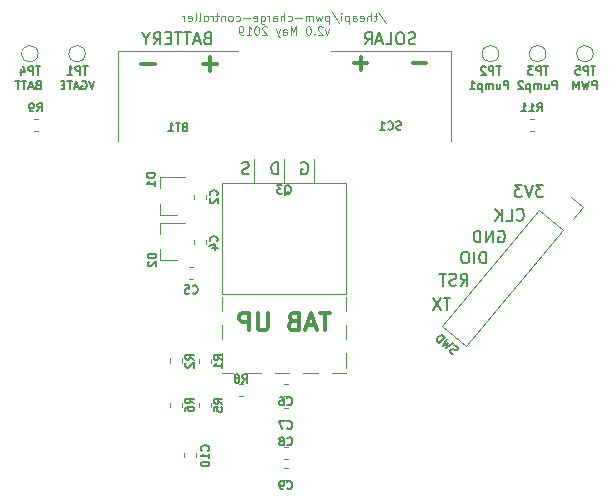
<source format=gbo>
G04 #@! TF.GenerationSoftware,KiCad,Pcbnew,5.0.2-bee76a0~70~ubuntu16.04.1*
G04 #@! TF.CreationDate,2019-05-21T19:47:30+01:00*
G04 #@! TF.ProjectId,project,70726f6a-6563-4742-9e6b-696361645f70,rev?*
G04 #@! TF.SameCoordinates,Original*
G04 #@! TF.FileFunction,Legend,Bot*
G04 #@! TF.FilePolarity,Positive*
%FSLAX46Y46*%
G04 Gerber Fmt 4.6, Leading zero omitted, Abs format (unit mm)*
G04 Created by KiCad (PCBNEW 5.0.2-bee76a0~70~ubuntu16.04.1) date Tue 21 May 2019 19:47:30 BST*
%MOMM*%
%LPD*%
G01*
G04 APERTURE LIST*
%ADD10C,0.150000*%
%ADD11C,0.375000*%
%ADD12C,0.100000*%
%ADD13C,0.300000*%
%ADD14C,0.120000*%
G04 APERTURE END LIST*
D10*
X115813333Y-72340000D02*
X115713333Y-72373333D01*
X115680000Y-72406666D01*
X115646666Y-72473333D01*
X115646666Y-72573333D01*
X115680000Y-72640000D01*
X115713333Y-72673333D01*
X115780000Y-72706666D01*
X116046666Y-72706666D01*
X116046666Y-72006666D01*
X115813333Y-72006666D01*
X115746666Y-72040000D01*
X115713333Y-72073333D01*
X115680000Y-72140000D01*
X115680000Y-72206666D01*
X115713333Y-72273333D01*
X115746666Y-72306666D01*
X115813333Y-72340000D01*
X116046666Y-72340000D01*
X115380000Y-72506666D02*
X115046666Y-72506666D01*
X115446666Y-72706666D02*
X115213333Y-72006666D01*
X114980000Y-72706666D01*
X114846666Y-72006666D02*
X114446666Y-72006666D01*
X114646666Y-72706666D02*
X114646666Y-72006666D01*
X114313333Y-72006666D02*
X113913333Y-72006666D01*
X114113333Y-72706666D02*
X114113333Y-72006666D01*
X120596666Y-72006666D02*
X120363333Y-72706666D01*
X120130000Y-72006666D01*
X119530000Y-72040000D02*
X119596666Y-72006666D01*
X119696666Y-72006666D01*
X119796666Y-72040000D01*
X119863333Y-72106666D01*
X119896666Y-72173333D01*
X119930000Y-72306666D01*
X119930000Y-72406666D01*
X119896666Y-72540000D01*
X119863333Y-72606666D01*
X119796666Y-72673333D01*
X119696666Y-72706666D01*
X119630000Y-72706666D01*
X119530000Y-72673333D01*
X119496666Y-72640000D01*
X119496666Y-72406666D01*
X119630000Y-72406666D01*
X119230000Y-72506666D02*
X118896666Y-72506666D01*
X119296666Y-72706666D02*
X119063333Y-72006666D01*
X118830000Y-72706666D01*
X118696666Y-72006666D02*
X118296666Y-72006666D01*
X118496666Y-72706666D02*
X118496666Y-72006666D01*
X118063333Y-72340000D02*
X117830000Y-72340000D01*
X117730000Y-72706666D02*
X118063333Y-72706666D01*
X118063333Y-72006666D01*
X117730000Y-72006666D01*
X163113333Y-72706666D02*
X163113333Y-72006666D01*
X162846666Y-72006666D01*
X162780000Y-72040000D01*
X162746666Y-72073333D01*
X162713333Y-72140000D01*
X162713333Y-72240000D01*
X162746666Y-72306666D01*
X162780000Y-72340000D01*
X162846666Y-72373333D01*
X163113333Y-72373333D01*
X162480000Y-72006666D02*
X162313333Y-72706666D01*
X162180000Y-72206666D01*
X162046666Y-72706666D01*
X161880000Y-72006666D01*
X161613333Y-72706666D02*
X161613333Y-72006666D01*
X161380000Y-72506666D01*
X161146666Y-72006666D01*
X161146666Y-72706666D01*
X159746666Y-72706666D02*
X159746666Y-72006666D01*
X159480000Y-72006666D01*
X159413333Y-72040000D01*
X159380000Y-72073333D01*
X159346666Y-72140000D01*
X159346666Y-72240000D01*
X159380000Y-72306666D01*
X159413333Y-72340000D01*
X159480000Y-72373333D01*
X159746666Y-72373333D01*
X158746666Y-72240000D02*
X158746666Y-72706666D01*
X159046666Y-72240000D02*
X159046666Y-72606666D01*
X159013333Y-72673333D01*
X158946666Y-72706666D01*
X158846666Y-72706666D01*
X158780000Y-72673333D01*
X158746666Y-72640000D01*
X158413333Y-72706666D02*
X158413333Y-72240000D01*
X158413333Y-72306666D02*
X158380000Y-72273333D01*
X158313333Y-72240000D01*
X158213333Y-72240000D01*
X158146666Y-72273333D01*
X158113333Y-72340000D01*
X158113333Y-72706666D01*
X158113333Y-72340000D02*
X158080000Y-72273333D01*
X158013333Y-72240000D01*
X157913333Y-72240000D01*
X157846666Y-72273333D01*
X157813333Y-72340000D01*
X157813333Y-72706666D01*
X157480000Y-72240000D02*
X157480000Y-72940000D01*
X157480000Y-72273333D02*
X157413333Y-72240000D01*
X157280000Y-72240000D01*
X157213333Y-72273333D01*
X157180000Y-72306666D01*
X157146666Y-72373333D01*
X157146666Y-72573333D01*
X157180000Y-72640000D01*
X157213333Y-72673333D01*
X157280000Y-72706666D01*
X157413333Y-72706666D01*
X157480000Y-72673333D01*
X156880000Y-72073333D02*
X156846666Y-72040000D01*
X156780000Y-72006666D01*
X156613333Y-72006666D01*
X156546666Y-72040000D01*
X156513333Y-72073333D01*
X156480000Y-72140000D01*
X156480000Y-72206666D01*
X156513333Y-72306666D01*
X156913333Y-72706666D01*
X156480000Y-72706666D01*
X155646666Y-72706666D02*
X155646666Y-72006666D01*
X155380000Y-72006666D01*
X155313333Y-72040000D01*
X155280000Y-72073333D01*
X155246666Y-72140000D01*
X155246666Y-72240000D01*
X155280000Y-72306666D01*
X155313333Y-72340000D01*
X155380000Y-72373333D01*
X155646666Y-72373333D01*
X154646666Y-72240000D02*
X154646666Y-72706666D01*
X154946666Y-72240000D02*
X154946666Y-72606666D01*
X154913333Y-72673333D01*
X154846666Y-72706666D01*
X154746666Y-72706666D01*
X154680000Y-72673333D01*
X154646666Y-72640000D01*
X154313333Y-72706666D02*
X154313333Y-72240000D01*
X154313333Y-72306666D02*
X154280000Y-72273333D01*
X154213333Y-72240000D01*
X154113333Y-72240000D01*
X154046666Y-72273333D01*
X154013333Y-72340000D01*
X154013333Y-72706666D01*
X154013333Y-72340000D02*
X153980000Y-72273333D01*
X153913333Y-72240000D01*
X153813333Y-72240000D01*
X153746666Y-72273333D01*
X153713333Y-72340000D01*
X153713333Y-72706666D01*
X153380000Y-72240000D02*
X153380000Y-72940000D01*
X153380000Y-72273333D02*
X153313333Y-72240000D01*
X153180000Y-72240000D01*
X153113333Y-72273333D01*
X153080000Y-72306666D01*
X153046666Y-72373333D01*
X153046666Y-72573333D01*
X153080000Y-72640000D01*
X153113333Y-72673333D01*
X153180000Y-72706666D01*
X153313333Y-72706666D01*
X153380000Y-72673333D01*
X152380000Y-72706666D02*
X152780000Y-72706666D01*
X152580000Y-72706666D02*
X152580000Y-72006666D01*
X152646666Y-72106666D01*
X152713333Y-72173333D01*
X152780000Y-72206666D01*
D11*
X143701428Y-70497142D02*
X142558571Y-70497142D01*
X143130000Y-71068571D02*
X143130000Y-69925714D01*
X148701428Y-70497142D02*
X147558571Y-70497142D01*
D12*
X144646666Y-66198333D02*
X145246666Y-67098333D01*
X144513333Y-66465000D02*
X144246666Y-66465000D01*
X144413333Y-66231666D02*
X144413333Y-66831666D01*
X144380000Y-66898333D01*
X144313333Y-66931666D01*
X144246666Y-66931666D01*
X144013333Y-66931666D02*
X144013333Y-66231666D01*
X143713333Y-66931666D02*
X143713333Y-66565000D01*
X143746666Y-66498333D01*
X143813333Y-66465000D01*
X143913333Y-66465000D01*
X143980000Y-66498333D01*
X144013333Y-66531666D01*
X143113333Y-66898333D02*
X143180000Y-66931666D01*
X143313333Y-66931666D01*
X143380000Y-66898333D01*
X143413333Y-66831666D01*
X143413333Y-66565000D01*
X143380000Y-66498333D01*
X143313333Y-66465000D01*
X143180000Y-66465000D01*
X143113333Y-66498333D01*
X143080000Y-66565000D01*
X143080000Y-66631666D01*
X143413333Y-66698333D01*
X142480000Y-66931666D02*
X142480000Y-66565000D01*
X142513333Y-66498333D01*
X142580000Y-66465000D01*
X142713333Y-66465000D01*
X142780000Y-66498333D01*
X142480000Y-66898333D02*
X142546666Y-66931666D01*
X142713333Y-66931666D01*
X142780000Y-66898333D01*
X142813333Y-66831666D01*
X142813333Y-66765000D01*
X142780000Y-66698333D01*
X142713333Y-66665000D01*
X142546666Y-66665000D01*
X142480000Y-66631666D01*
X142146666Y-66465000D02*
X142146666Y-67165000D01*
X142146666Y-66498333D02*
X142080000Y-66465000D01*
X141946666Y-66465000D01*
X141880000Y-66498333D01*
X141846666Y-66531666D01*
X141813333Y-66598333D01*
X141813333Y-66798333D01*
X141846666Y-66865000D01*
X141880000Y-66898333D01*
X141946666Y-66931666D01*
X142080000Y-66931666D01*
X142146666Y-66898333D01*
X141513333Y-66931666D02*
X141513333Y-66465000D01*
X141513333Y-66231666D02*
X141546666Y-66265000D01*
X141513333Y-66298333D01*
X141480000Y-66265000D01*
X141513333Y-66231666D01*
X141513333Y-66298333D01*
X140680000Y-66198333D02*
X141280000Y-67098333D01*
X140446666Y-66465000D02*
X140446666Y-67165000D01*
X140446666Y-66498333D02*
X140380000Y-66465000D01*
X140246666Y-66465000D01*
X140180000Y-66498333D01*
X140146666Y-66531666D01*
X140113333Y-66598333D01*
X140113333Y-66798333D01*
X140146666Y-66865000D01*
X140180000Y-66898333D01*
X140246666Y-66931666D01*
X140380000Y-66931666D01*
X140446666Y-66898333D01*
X139880000Y-66465000D02*
X139746666Y-66931666D01*
X139613333Y-66598333D01*
X139480000Y-66931666D01*
X139346666Y-66465000D01*
X139080000Y-66931666D02*
X139080000Y-66465000D01*
X139080000Y-66531666D02*
X139046666Y-66498333D01*
X138980000Y-66465000D01*
X138880000Y-66465000D01*
X138813333Y-66498333D01*
X138780000Y-66565000D01*
X138780000Y-66931666D01*
X138780000Y-66565000D02*
X138746666Y-66498333D01*
X138680000Y-66465000D01*
X138580000Y-66465000D01*
X138513333Y-66498333D01*
X138480000Y-66565000D01*
X138480000Y-66931666D01*
X138146666Y-66665000D02*
X137613333Y-66665000D01*
X136980000Y-66898333D02*
X137046666Y-66931666D01*
X137180000Y-66931666D01*
X137246666Y-66898333D01*
X137280000Y-66865000D01*
X137313333Y-66798333D01*
X137313333Y-66598333D01*
X137280000Y-66531666D01*
X137246666Y-66498333D01*
X137180000Y-66465000D01*
X137046666Y-66465000D01*
X136980000Y-66498333D01*
X136680000Y-66931666D02*
X136680000Y-66231666D01*
X136380000Y-66931666D02*
X136380000Y-66565000D01*
X136413333Y-66498333D01*
X136480000Y-66465000D01*
X136580000Y-66465000D01*
X136646666Y-66498333D01*
X136680000Y-66531666D01*
X135746666Y-66931666D02*
X135746666Y-66565000D01*
X135780000Y-66498333D01*
X135846666Y-66465000D01*
X135980000Y-66465000D01*
X136046666Y-66498333D01*
X135746666Y-66898333D02*
X135813333Y-66931666D01*
X135980000Y-66931666D01*
X136046666Y-66898333D01*
X136080000Y-66831666D01*
X136080000Y-66765000D01*
X136046666Y-66698333D01*
X135980000Y-66665000D01*
X135813333Y-66665000D01*
X135746666Y-66631666D01*
X135413333Y-66931666D02*
X135413333Y-66465000D01*
X135413333Y-66598333D02*
X135380000Y-66531666D01*
X135346666Y-66498333D01*
X135280000Y-66465000D01*
X135213333Y-66465000D01*
X134680000Y-66465000D02*
X134680000Y-67031666D01*
X134713333Y-67098333D01*
X134746666Y-67131666D01*
X134813333Y-67165000D01*
X134913333Y-67165000D01*
X134980000Y-67131666D01*
X134680000Y-66898333D02*
X134746666Y-66931666D01*
X134880000Y-66931666D01*
X134946666Y-66898333D01*
X134980000Y-66865000D01*
X135013333Y-66798333D01*
X135013333Y-66598333D01*
X134980000Y-66531666D01*
X134946666Y-66498333D01*
X134880000Y-66465000D01*
X134746666Y-66465000D01*
X134680000Y-66498333D01*
X134080000Y-66898333D02*
X134146666Y-66931666D01*
X134280000Y-66931666D01*
X134346666Y-66898333D01*
X134380000Y-66831666D01*
X134380000Y-66565000D01*
X134346666Y-66498333D01*
X134280000Y-66465000D01*
X134146666Y-66465000D01*
X134080000Y-66498333D01*
X134046666Y-66565000D01*
X134046666Y-66631666D01*
X134380000Y-66698333D01*
X133746666Y-66665000D02*
X133213333Y-66665000D01*
X132580000Y-66898333D02*
X132646666Y-66931666D01*
X132780000Y-66931666D01*
X132846666Y-66898333D01*
X132880000Y-66865000D01*
X132913333Y-66798333D01*
X132913333Y-66598333D01*
X132880000Y-66531666D01*
X132846666Y-66498333D01*
X132780000Y-66465000D01*
X132646666Y-66465000D01*
X132580000Y-66498333D01*
X132180000Y-66931666D02*
X132246666Y-66898333D01*
X132280000Y-66865000D01*
X132313333Y-66798333D01*
X132313333Y-66598333D01*
X132280000Y-66531666D01*
X132246666Y-66498333D01*
X132180000Y-66465000D01*
X132080000Y-66465000D01*
X132013333Y-66498333D01*
X131980000Y-66531666D01*
X131946666Y-66598333D01*
X131946666Y-66798333D01*
X131980000Y-66865000D01*
X132013333Y-66898333D01*
X132080000Y-66931666D01*
X132180000Y-66931666D01*
X131646666Y-66465000D02*
X131646666Y-66931666D01*
X131646666Y-66531666D02*
X131613333Y-66498333D01*
X131546666Y-66465000D01*
X131446666Y-66465000D01*
X131380000Y-66498333D01*
X131346666Y-66565000D01*
X131346666Y-66931666D01*
X131113333Y-66465000D02*
X130846666Y-66465000D01*
X131013333Y-66231666D02*
X131013333Y-66831666D01*
X130980000Y-66898333D01*
X130913333Y-66931666D01*
X130846666Y-66931666D01*
X130613333Y-66931666D02*
X130613333Y-66465000D01*
X130613333Y-66598333D02*
X130580000Y-66531666D01*
X130546666Y-66498333D01*
X130480000Y-66465000D01*
X130413333Y-66465000D01*
X130080000Y-66931666D02*
X130146666Y-66898333D01*
X130180000Y-66865000D01*
X130213333Y-66798333D01*
X130213333Y-66598333D01*
X130180000Y-66531666D01*
X130146666Y-66498333D01*
X130080000Y-66465000D01*
X129980000Y-66465000D01*
X129913333Y-66498333D01*
X129880000Y-66531666D01*
X129846666Y-66598333D01*
X129846666Y-66798333D01*
X129880000Y-66865000D01*
X129913333Y-66898333D01*
X129980000Y-66931666D01*
X130080000Y-66931666D01*
X129446666Y-66931666D02*
X129513333Y-66898333D01*
X129546666Y-66831666D01*
X129546666Y-66231666D01*
X129080000Y-66931666D02*
X129146666Y-66898333D01*
X129180000Y-66831666D01*
X129180000Y-66231666D01*
X128546666Y-66898333D02*
X128613333Y-66931666D01*
X128746666Y-66931666D01*
X128813333Y-66898333D01*
X128846666Y-66831666D01*
X128846666Y-66565000D01*
X128813333Y-66498333D01*
X128746666Y-66465000D01*
X128613333Y-66465000D01*
X128546666Y-66498333D01*
X128513333Y-66565000D01*
X128513333Y-66631666D01*
X128846666Y-66698333D01*
X128213333Y-66931666D02*
X128213333Y-66465000D01*
X128213333Y-66598333D02*
X128180000Y-66531666D01*
X128146666Y-66498333D01*
X128080000Y-66465000D01*
X128013333Y-66465000D01*
X140480000Y-67615000D02*
X140313333Y-68081666D01*
X140146666Y-67615000D01*
X139913333Y-67448333D02*
X139880000Y-67415000D01*
X139813333Y-67381666D01*
X139646666Y-67381666D01*
X139580000Y-67415000D01*
X139546666Y-67448333D01*
X139513333Y-67515000D01*
X139513333Y-67581666D01*
X139546666Y-67681666D01*
X139946666Y-68081666D01*
X139513333Y-68081666D01*
X139213333Y-68015000D02*
X139180000Y-68048333D01*
X139213333Y-68081666D01*
X139246666Y-68048333D01*
X139213333Y-68015000D01*
X139213333Y-68081666D01*
X138746666Y-67381666D02*
X138680000Y-67381666D01*
X138613333Y-67415000D01*
X138580000Y-67448333D01*
X138546666Y-67515000D01*
X138513333Y-67648333D01*
X138513333Y-67815000D01*
X138546666Y-67948333D01*
X138580000Y-68015000D01*
X138613333Y-68048333D01*
X138680000Y-68081666D01*
X138746666Y-68081666D01*
X138813333Y-68048333D01*
X138846666Y-68015000D01*
X138880000Y-67948333D01*
X138913333Y-67815000D01*
X138913333Y-67648333D01*
X138880000Y-67515000D01*
X138846666Y-67448333D01*
X138813333Y-67415000D01*
X138746666Y-67381666D01*
X137680000Y-68081666D02*
X137680000Y-67381666D01*
X137446666Y-67881666D01*
X137213333Y-67381666D01*
X137213333Y-68081666D01*
X136580000Y-68081666D02*
X136580000Y-67715000D01*
X136613333Y-67648333D01*
X136680000Y-67615000D01*
X136813333Y-67615000D01*
X136880000Y-67648333D01*
X136580000Y-68048333D02*
X136646666Y-68081666D01*
X136813333Y-68081666D01*
X136880000Y-68048333D01*
X136913333Y-67981666D01*
X136913333Y-67915000D01*
X136880000Y-67848333D01*
X136813333Y-67815000D01*
X136646666Y-67815000D01*
X136580000Y-67781666D01*
X136313333Y-67615000D02*
X136146666Y-68081666D01*
X135980000Y-67615000D02*
X136146666Y-68081666D01*
X136213333Y-68248333D01*
X136246666Y-68281666D01*
X136313333Y-68315000D01*
X135213333Y-67448333D02*
X135180000Y-67415000D01*
X135113333Y-67381666D01*
X134946666Y-67381666D01*
X134880000Y-67415000D01*
X134846666Y-67448333D01*
X134813333Y-67515000D01*
X134813333Y-67581666D01*
X134846666Y-67681666D01*
X135246666Y-68081666D01*
X134813333Y-68081666D01*
X134380000Y-67381666D02*
X134313333Y-67381666D01*
X134246666Y-67415000D01*
X134213333Y-67448333D01*
X134180000Y-67515000D01*
X134146666Y-67648333D01*
X134146666Y-67815000D01*
X134180000Y-67948333D01*
X134213333Y-68015000D01*
X134246666Y-68048333D01*
X134313333Y-68081666D01*
X134380000Y-68081666D01*
X134446666Y-68048333D01*
X134480000Y-68015000D01*
X134513333Y-67948333D01*
X134546666Y-67815000D01*
X134546666Y-67648333D01*
X134513333Y-67515000D01*
X134480000Y-67448333D01*
X134446666Y-67415000D01*
X134380000Y-67381666D01*
X133480000Y-68081666D02*
X133880000Y-68081666D01*
X133680000Y-68081666D02*
X133680000Y-67381666D01*
X133746666Y-67481666D01*
X133813333Y-67548333D01*
X133880000Y-67581666D01*
X133146666Y-68081666D02*
X133013333Y-68081666D01*
X132946666Y-68048333D01*
X132913333Y-68015000D01*
X132846666Y-67915000D01*
X132813333Y-67781666D01*
X132813333Y-67515000D01*
X132846666Y-67448333D01*
X132880000Y-67415000D01*
X132946666Y-67381666D01*
X133080000Y-67381666D01*
X133146666Y-67415000D01*
X133180000Y-67448333D01*
X133213333Y-67515000D01*
X133213333Y-67681666D01*
X133180000Y-67748333D01*
X133146666Y-67781666D01*
X133080000Y-67815000D01*
X132946666Y-67815000D01*
X132880000Y-67781666D01*
X132846666Y-67748333D01*
X132813333Y-67681666D01*
D11*
X130951428Y-70547142D02*
X129808571Y-70547142D01*
X130380000Y-71118571D02*
X130380000Y-69975714D01*
X125701428Y-70547142D02*
X124558571Y-70547142D01*
D10*
X130130000Y-68368571D02*
X129987142Y-68416190D01*
X129939523Y-68463809D01*
X129891904Y-68559047D01*
X129891904Y-68701904D01*
X129939523Y-68797142D01*
X129987142Y-68844761D01*
X130082380Y-68892380D01*
X130463333Y-68892380D01*
X130463333Y-67892380D01*
X130130000Y-67892380D01*
X130034761Y-67940000D01*
X129987142Y-67987619D01*
X129939523Y-68082857D01*
X129939523Y-68178095D01*
X129987142Y-68273333D01*
X130034761Y-68320952D01*
X130130000Y-68368571D01*
X130463333Y-68368571D01*
X129510952Y-68606666D02*
X129034761Y-68606666D01*
X129606190Y-68892380D02*
X129272857Y-67892380D01*
X128939523Y-68892380D01*
X128749047Y-67892380D02*
X128177619Y-67892380D01*
X128463333Y-68892380D02*
X128463333Y-67892380D01*
X127987142Y-67892380D02*
X127415714Y-67892380D01*
X127701428Y-68892380D02*
X127701428Y-67892380D01*
X127082380Y-68368571D02*
X126749047Y-68368571D01*
X126606190Y-68892380D02*
X127082380Y-68892380D01*
X127082380Y-67892380D01*
X126606190Y-67892380D01*
X125606190Y-68892380D02*
X125939523Y-68416190D01*
X126177619Y-68892380D02*
X126177619Y-67892380D01*
X125796666Y-67892380D01*
X125701428Y-67940000D01*
X125653809Y-67987619D01*
X125606190Y-68082857D01*
X125606190Y-68225714D01*
X125653809Y-68320952D01*
X125701428Y-68368571D01*
X125796666Y-68416190D01*
X126177619Y-68416190D01*
X124987142Y-68416190D02*
X124987142Y-68892380D01*
X125320476Y-67892380D02*
X124987142Y-68416190D01*
X124653809Y-67892380D01*
X147772857Y-68844761D02*
X147630000Y-68892380D01*
X147391904Y-68892380D01*
X147296666Y-68844761D01*
X147249047Y-68797142D01*
X147201428Y-68701904D01*
X147201428Y-68606666D01*
X147249047Y-68511428D01*
X147296666Y-68463809D01*
X147391904Y-68416190D01*
X147582380Y-68368571D01*
X147677619Y-68320952D01*
X147725238Y-68273333D01*
X147772857Y-68178095D01*
X147772857Y-68082857D01*
X147725238Y-67987619D01*
X147677619Y-67940000D01*
X147582380Y-67892380D01*
X147344285Y-67892380D01*
X147201428Y-67940000D01*
X146582380Y-67892380D02*
X146391904Y-67892380D01*
X146296666Y-67940000D01*
X146201428Y-68035238D01*
X146153809Y-68225714D01*
X146153809Y-68559047D01*
X146201428Y-68749523D01*
X146296666Y-68844761D01*
X146391904Y-68892380D01*
X146582380Y-68892380D01*
X146677619Y-68844761D01*
X146772857Y-68749523D01*
X146820476Y-68559047D01*
X146820476Y-68225714D01*
X146772857Y-68035238D01*
X146677619Y-67940000D01*
X146582380Y-67892380D01*
X145249047Y-68892380D02*
X145725238Y-68892380D01*
X145725238Y-67892380D01*
X144963333Y-68606666D02*
X144487142Y-68606666D01*
X145058571Y-68892380D02*
X144725238Y-67892380D01*
X144391904Y-68892380D01*
X143487142Y-68892380D02*
X143820476Y-68416190D01*
X144058571Y-68892380D02*
X144058571Y-67892380D01*
X143677619Y-67892380D01*
X143582380Y-67940000D01*
X143534761Y-67987619D01*
X143487142Y-68082857D01*
X143487142Y-68225714D01*
X143534761Y-68320952D01*
X143582380Y-68368571D01*
X143677619Y-68416190D01*
X144058571Y-68416190D01*
X133665714Y-79844761D02*
X133522857Y-79892380D01*
X133284761Y-79892380D01*
X133189523Y-79844761D01*
X133141904Y-79797142D01*
X133094285Y-79701904D01*
X133094285Y-79606666D01*
X133141904Y-79511428D01*
X133189523Y-79463809D01*
X133284761Y-79416190D01*
X133475238Y-79368571D01*
X133570476Y-79320952D01*
X133618095Y-79273333D01*
X133665714Y-79178095D01*
X133665714Y-79082857D01*
X133618095Y-78987619D01*
X133570476Y-78940000D01*
X133475238Y-78892380D01*
X133237142Y-78892380D01*
X133094285Y-78940000D01*
X136141904Y-79892380D02*
X136141904Y-78892380D01*
X135903809Y-78892380D01*
X135760952Y-78940000D01*
X135665714Y-79035238D01*
X135618095Y-79130476D01*
X135570476Y-79320952D01*
X135570476Y-79463809D01*
X135618095Y-79654285D01*
X135665714Y-79749523D01*
X135760952Y-79844761D01*
X135903809Y-79892380D01*
X136141904Y-79892380D01*
X138118095Y-78940000D02*
X138213333Y-78892380D01*
X138356190Y-78892380D01*
X138499047Y-78940000D01*
X138594285Y-79035238D01*
X138641904Y-79130476D01*
X138689523Y-79320952D01*
X138689523Y-79463809D01*
X138641904Y-79654285D01*
X138594285Y-79749523D01*
X138499047Y-79844761D01*
X138356190Y-79892380D01*
X138260952Y-79892380D01*
X138118095Y-79844761D01*
X138070476Y-79797142D01*
X138070476Y-79463809D01*
X138260952Y-79463809D01*
X158618095Y-80792380D02*
X157999047Y-80792380D01*
X158332380Y-81173333D01*
X158189523Y-81173333D01*
X158094285Y-81220952D01*
X158046666Y-81268571D01*
X157999047Y-81363809D01*
X157999047Y-81601904D01*
X158046666Y-81697142D01*
X158094285Y-81744761D01*
X158189523Y-81792380D01*
X158475238Y-81792380D01*
X158570476Y-81744761D01*
X158618095Y-81697142D01*
X157713333Y-80792380D02*
X157380000Y-81792380D01*
X157046666Y-80792380D01*
X156808571Y-80792380D02*
X156189523Y-80792380D01*
X156522857Y-81173333D01*
X156380000Y-81173333D01*
X156284761Y-81220952D01*
X156237142Y-81268571D01*
X156189523Y-81363809D01*
X156189523Y-81601904D01*
X156237142Y-81697142D01*
X156284761Y-81744761D01*
X156380000Y-81792380D01*
X156665714Y-81792380D01*
X156760952Y-81744761D01*
X156808571Y-81697142D01*
X156350238Y-83722142D02*
X156397857Y-83769761D01*
X156540714Y-83817380D01*
X156635952Y-83817380D01*
X156778809Y-83769761D01*
X156874047Y-83674523D01*
X156921666Y-83579285D01*
X156969285Y-83388809D01*
X156969285Y-83245952D01*
X156921666Y-83055476D01*
X156874047Y-82960238D01*
X156778809Y-82865000D01*
X156635952Y-82817380D01*
X156540714Y-82817380D01*
X156397857Y-82865000D01*
X156350238Y-82912619D01*
X155445476Y-83817380D02*
X155921666Y-83817380D01*
X155921666Y-82817380D01*
X155112142Y-83817380D02*
X155112142Y-82817380D01*
X154540714Y-83817380D02*
X154969285Y-83245952D01*
X154540714Y-82817380D02*
X155112142Y-83388809D01*
X154791904Y-84715000D02*
X154887142Y-84667380D01*
X155030000Y-84667380D01*
X155172857Y-84715000D01*
X155268095Y-84810238D01*
X155315714Y-84905476D01*
X155363333Y-85095952D01*
X155363333Y-85238809D01*
X155315714Y-85429285D01*
X155268095Y-85524523D01*
X155172857Y-85619761D01*
X155030000Y-85667380D01*
X154934761Y-85667380D01*
X154791904Y-85619761D01*
X154744285Y-85572142D01*
X154744285Y-85238809D01*
X154934761Y-85238809D01*
X154315714Y-85667380D02*
X154315714Y-84667380D01*
X153744285Y-85667380D01*
X153744285Y-84667380D01*
X153268095Y-85667380D02*
X153268095Y-84667380D01*
X153030000Y-84667380D01*
X152887142Y-84715000D01*
X152791904Y-84810238D01*
X152744285Y-84905476D01*
X152696666Y-85095952D01*
X152696666Y-85238809D01*
X152744285Y-85429285D01*
X152791904Y-85524523D01*
X152887142Y-85619761D01*
X153030000Y-85667380D01*
X153268095Y-85667380D01*
X153753809Y-87442380D02*
X153753809Y-86442380D01*
X153515714Y-86442380D01*
X153372857Y-86490000D01*
X153277619Y-86585238D01*
X153230000Y-86680476D01*
X153182380Y-86870952D01*
X153182380Y-87013809D01*
X153230000Y-87204285D01*
X153277619Y-87299523D01*
X153372857Y-87394761D01*
X153515714Y-87442380D01*
X153753809Y-87442380D01*
X152753809Y-87442380D02*
X152753809Y-86442380D01*
X152087142Y-86442380D02*
X151896666Y-86442380D01*
X151801428Y-86490000D01*
X151706190Y-86585238D01*
X151658571Y-86775714D01*
X151658571Y-87109047D01*
X151706190Y-87299523D01*
X151801428Y-87394761D01*
X151896666Y-87442380D01*
X152087142Y-87442380D01*
X152182380Y-87394761D01*
X152277619Y-87299523D01*
X152325238Y-87109047D01*
X152325238Y-86775714D01*
X152277619Y-86585238D01*
X152182380Y-86490000D01*
X152087142Y-86442380D01*
X151602619Y-89317380D02*
X151935952Y-88841190D01*
X152174047Y-89317380D02*
X152174047Y-88317380D01*
X151793095Y-88317380D01*
X151697857Y-88365000D01*
X151650238Y-88412619D01*
X151602619Y-88507857D01*
X151602619Y-88650714D01*
X151650238Y-88745952D01*
X151697857Y-88793571D01*
X151793095Y-88841190D01*
X152174047Y-88841190D01*
X151221666Y-89269761D02*
X151078809Y-89317380D01*
X150840714Y-89317380D01*
X150745476Y-89269761D01*
X150697857Y-89222142D01*
X150650238Y-89126904D01*
X150650238Y-89031666D01*
X150697857Y-88936428D01*
X150745476Y-88888809D01*
X150840714Y-88841190D01*
X151031190Y-88793571D01*
X151126428Y-88745952D01*
X151174047Y-88698333D01*
X151221666Y-88603095D01*
X151221666Y-88507857D01*
X151174047Y-88412619D01*
X151126428Y-88365000D01*
X151031190Y-88317380D01*
X150793095Y-88317380D01*
X150650238Y-88365000D01*
X150364523Y-88317380D02*
X149793095Y-88317380D01*
X150078809Y-89317380D02*
X150078809Y-88317380D01*
X150741904Y-90367380D02*
X150170476Y-90367380D01*
X150456190Y-91367380D02*
X150456190Y-90367380D01*
X149932380Y-90367380D02*
X149265714Y-91367380D01*
X149265714Y-90367380D02*
X149932380Y-91367380D01*
D13*
X140558571Y-91618571D02*
X139701428Y-91618571D01*
X140130000Y-93118571D02*
X140130000Y-91618571D01*
X139272857Y-92690000D02*
X138558571Y-92690000D01*
X139415714Y-93118571D02*
X138915714Y-91618571D01*
X138415714Y-93118571D01*
X137415714Y-92332857D02*
X137201428Y-92404285D01*
X137130000Y-92475714D01*
X137058571Y-92618571D01*
X137058571Y-92832857D01*
X137130000Y-92975714D01*
X137201428Y-93047142D01*
X137344285Y-93118571D01*
X137915714Y-93118571D01*
X137915714Y-91618571D01*
X137415714Y-91618571D01*
X137272857Y-91690000D01*
X137201428Y-91761428D01*
X137130000Y-91904285D01*
X137130000Y-92047142D01*
X137201428Y-92190000D01*
X137272857Y-92261428D01*
X137415714Y-92332857D01*
X137915714Y-92332857D01*
X135272857Y-91618571D02*
X135272857Y-92832857D01*
X135201428Y-92975714D01*
X135130000Y-93047142D01*
X134987142Y-93118571D01*
X134701428Y-93118571D01*
X134558571Y-93047142D01*
X134487142Y-92975714D01*
X134415714Y-92832857D01*
X134415714Y-91618571D01*
X133701428Y-93118571D02*
X133701428Y-91618571D01*
X133130000Y-91618571D01*
X132987142Y-91690000D01*
X132915714Y-91761428D01*
X132844285Y-91904285D01*
X132844285Y-92118571D01*
X132915714Y-92261428D01*
X132987142Y-92332857D01*
X133130000Y-92404285D01*
X133701428Y-92404285D01*
D14*
G04 #@! TO.C,SC1*
X150760000Y-69490000D02*
X150760000Y-77110000D01*
X140600000Y-69490000D02*
X150760000Y-69490000D01*
G04 #@! TO.C,BT1*
X122610000Y-77100000D02*
X122610000Y-69480000D01*
X122610000Y-69480000D02*
X132770000Y-69480000D01*
G04 #@! TO.C,C6*
X136971267Y-97680000D02*
X136628733Y-97680000D01*
X136971267Y-98700000D02*
X136628733Y-98700000D01*
G04 #@! TO.C,Q3*
X134100000Y-78640000D02*
X134100000Y-80600000D01*
X136640000Y-78640000D02*
X136640000Y-80600000D01*
X139180000Y-78640000D02*
X139180000Y-80600000D01*
X131390000Y-95070000D02*
X131390000Y-96270000D01*
X131390000Y-92670000D02*
X131390000Y-93870000D01*
X131390000Y-90270000D02*
X131390000Y-91470000D01*
X141890000Y-95070000D02*
X141890000Y-96270000D01*
X141890000Y-92670000D02*
X141890000Y-93870000D01*
X141890000Y-90270000D02*
X141890000Y-91470000D01*
X132290000Y-96710000D02*
X131390000Y-96710000D01*
X134690000Y-96710000D02*
X133490000Y-96710000D01*
X137090000Y-96710000D02*
X135890000Y-96710000D01*
X139491000Y-96710000D02*
X138290000Y-96710000D01*
X141890000Y-96710000D02*
X140690000Y-96710000D01*
X131390000Y-80600000D02*
X131390000Y-90030000D01*
X141890000Y-80600000D02*
X141890000Y-90030000D01*
X141890000Y-90030000D02*
X131390000Y-90030000D01*
X141890000Y-80600000D02*
X131390000Y-80600000D01*
G04 #@! TO.C,C2*
X130055000Y-82021267D02*
X130055000Y-81678733D01*
X129035000Y-82021267D02*
X129035000Y-81678733D01*
G04 #@! TO.C,C4*
X129035000Y-85771267D02*
X129035000Y-85428733D01*
X130055000Y-85771267D02*
X130055000Y-85428733D01*
G04 #@! TO.C,C5*
X128623733Y-87740000D02*
X128966267Y-87740000D01*
X128623733Y-88760000D02*
X128966267Y-88760000D01*
G04 #@! TO.C,C7*
X136971267Y-100700000D02*
X136628733Y-100700000D01*
X136971267Y-99680000D02*
X136628733Y-99680000D01*
G04 #@! TO.C,C8*
X136648733Y-104010000D02*
X136991267Y-104010000D01*
X136648733Y-102990000D02*
X136991267Y-102990000D01*
G04 #@! TO.C,C9*
X136648733Y-104740000D02*
X136991267Y-104740000D01*
X136648733Y-105760000D02*
X136991267Y-105760000D01*
G04 #@! TO.C,C10*
X128210000Y-103518733D02*
X128210000Y-103861267D01*
X129230000Y-103518733D02*
X129230000Y-103861267D01*
G04 #@! TO.C,D2*
X126135000Y-87180000D02*
X126135000Y-86250000D01*
X126135000Y-84020000D02*
X126135000Y-84950000D01*
X126135000Y-84020000D02*
X128295000Y-84020000D01*
X126135000Y-87180000D02*
X127595000Y-87180000D01*
G04 #@! TO.C,J1*
X152080529Y-94417511D02*
X150042851Y-92707696D01*
X160282499Y-84642784D02*
X152080529Y-94417511D01*
X158244821Y-82932969D02*
X150042851Y-92707696D01*
X160282499Y-84642784D02*
X158244821Y-82932969D01*
X161098839Y-83669908D02*
X161953747Y-82651068D01*
X161953747Y-82651068D02*
X160934908Y-81796161D01*
G04 #@! TO.C,R1*
X129440000Y-95518733D02*
X129440000Y-95861267D01*
X130460000Y-95518733D02*
X130460000Y-95861267D01*
G04 #@! TO.C,R2*
X126965000Y-95493733D02*
X126965000Y-95836267D01*
X127985000Y-95493733D02*
X127985000Y-95836267D01*
G04 #@! TO.C,R5*
X130460000Y-99268733D02*
X130460000Y-99611267D01*
X129440000Y-99268733D02*
X129440000Y-99611267D01*
G04 #@! TO.C,R6*
X127985000Y-99243733D02*
X127985000Y-99586267D01*
X126965000Y-99243733D02*
X126965000Y-99586267D01*
G04 #@! TO.C,R8*
X132858733Y-97680000D02*
X133201267Y-97680000D01*
X132858733Y-98700000D02*
X133201267Y-98700000D01*
G04 #@! TO.C,R9*
X115801267Y-75180000D02*
X115458733Y-75180000D01*
X115801267Y-76200000D02*
X115458733Y-76200000D01*
G04 #@! TO.C,R11*
X157801267Y-76200000D02*
X157458733Y-76200000D01*
X157801267Y-75180000D02*
X157458733Y-75180000D01*
G04 #@! TO.C,D1*
X126135000Y-83330000D02*
X126135000Y-82400000D01*
X126135000Y-80170000D02*
X126135000Y-81100000D01*
X126135000Y-80170000D02*
X128295000Y-80170000D01*
X126135000Y-83330000D02*
X127595000Y-83330000D01*
G04 #@! TO.C,TP1*
X119830000Y-69690000D02*
G75*
G03X119830000Y-69690000I-700000J0D01*
G01*
G04 #@! TO.C,TP2*
X154830000Y-69690000D02*
G75*
G03X154830000Y-69690000I-700000J0D01*
G01*
G04 #@! TO.C,TP3*
X158830000Y-69690000D02*
G75*
G03X158830000Y-69690000I-700000J0D01*
G01*
G04 #@! TO.C,TP4*
X115830000Y-69690000D02*
G75*
G03X115830000Y-69690000I-700000J0D01*
G01*
G04 #@! TO.C,TP5*
X162830000Y-69690000D02*
G75*
G03X162830000Y-69690000I-700000J0D01*
G01*
G04 #@! TO.C,SC1*
D10*
X146553333Y-76083333D02*
X146453333Y-76116666D01*
X146286666Y-76116666D01*
X146220000Y-76083333D01*
X146186666Y-76050000D01*
X146153333Y-75983333D01*
X146153333Y-75916666D01*
X146186666Y-75850000D01*
X146220000Y-75816666D01*
X146286666Y-75783333D01*
X146420000Y-75750000D01*
X146486666Y-75716666D01*
X146520000Y-75683333D01*
X146553333Y-75616666D01*
X146553333Y-75550000D01*
X146520000Y-75483333D01*
X146486666Y-75450000D01*
X146420000Y-75416666D01*
X146253333Y-75416666D01*
X146153333Y-75450000D01*
X145453333Y-76050000D02*
X145486666Y-76083333D01*
X145586666Y-76116666D01*
X145653333Y-76116666D01*
X145753333Y-76083333D01*
X145820000Y-76016666D01*
X145853333Y-75950000D01*
X145886666Y-75816666D01*
X145886666Y-75716666D01*
X145853333Y-75583333D01*
X145820000Y-75516666D01*
X145753333Y-75450000D01*
X145653333Y-75416666D01*
X145586666Y-75416666D01*
X145486666Y-75450000D01*
X145453333Y-75483333D01*
X144786666Y-76116666D02*
X145186666Y-76116666D01*
X144986666Y-76116666D02*
X144986666Y-75416666D01*
X145053333Y-75516666D01*
X145120000Y-75583333D01*
X145186666Y-75616666D01*
G04 #@! TO.C,BT1*
X128230000Y-75890000D02*
X128130000Y-75923333D01*
X128096666Y-75956666D01*
X128063333Y-76023333D01*
X128063333Y-76123333D01*
X128096666Y-76190000D01*
X128130000Y-76223333D01*
X128196666Y-76256666D01*
X128463333Y-76256666D01*
X128463333Y-75556666D01*
X128230000Y-75556666D01*
X128163333Y-75590000D01*
X128130000Y-75623333D01*
X128096666Y-75690000D01*
X128096666Y-75756666D01*
X128130000Y-75823333D01*
X128163333Y-75856666D01*
X128230000Y-75890000D01*
X128463333Y-75890000D01*
X127863333Y-75556666D02*
X127463333Y-75556666D01*
X127663333Y-76256666D02*
X127663333Y-75556666D01*
X126863333Y-76256666D02*
X127263333Y-76256666D01*
X127063333Y-76256666D02*
X127063333Y-75556666D01*
X127130000Y-75656666D01*
X127196666Y-75723333D01*
X127263333Y-75756666D01*
G04 #@! TO.C,C6*
X136916666Y-99390000D02*
X136950000Y-99423333D01*
X137050000Y-99456666D01*
X137116666Y-99456666D01*
X137216666Y-99423333D01*
X137283333Y-99356666D01*
X137316666Y-99290000D01*
X137350000Y-99156666D01*
X137350000Y-99056666D01*
X137316666Y-98923333D01*
X137283333Y-98856666D01*
X137216666Y-98790000D01*
X137116666Y-98756666D01*
X137050000Y-98756666D01*
X136950000Y-98790000D01*
X136916666Y-98823333D01*
X136316666Y-98756666D02*
X136450000Y-98756666D01*
X136516666Y-98790000D01*
X136550000Y-98823333D01*
X136616666Y-98923333D01*
X136650000Y-99056666D01*
X136650000Y-99323333D01*
X136616666Y-99390000D01*
X136583333Y-99423333D01*
X136516666Y-99456666D01*
X136383333Y-99456666D01*
X136316666Y-99423333D01*
X136283333Y-99390000D01*
X136250000Y-99323333D01*
X136250000Y-99156666D01*
X136283333Y-99090000D01*
X136316666Y-99056666D01*
X136383333Y-99023333D01*
X136516666Y-99023333D01*
X136583333Y-99056666D01*
X136616666Y-99090000D01*
X136650000Y-99156666D01*
G04 #@! TO.C,Q3*
X136706666Y-81613333D02*
X136773333Y-81580000D01*
X136840000Y-81513333D01*
X136940000Y-81413333D01*
X137006666Y-81380000D01*
X137073333Y-81380000D01*
X137040000Y-81546666D02*
X137106666Y-81513333D01*
X137173333Y-81446666D01*
X137206666Y-81313333D01*
X137206666Y-81080000D01*
X137173333Y-80946666D01*
X137106666Y-80880000D01*
X137040000Y-80846666D01*
X136906666Y-80846666D01*
X136840000Y-80880000D01*
X136773333Y-80946666D01*
X136740000Y-81080000D01*
X136740000Y-81313333D01*
X136773333Y-81446666D01*
X136840000Y-81513333D01*
X136906666Y-81546666D01*
X137040000Y-81546666D01*
X136506666Y-80846666D02*
X136073333Y-80846666D01*
X136306666Y-81113333D01*
X136206666Y-81113333D01*
X136140000Y-81146666D01*
X136106666Y-81180000D01*
X136073333Y-81246666D01*
X136073333Y-81413333D01*
X136106666Y-81480000D01*
X136140000Y-81513333D01*
X136206666Y-81546666D01*
X136406666Y-81546666D01*
X136473333Y-81513333D01*
X136506666Y-81480000D01*
G04 #@! TO.C,C2*
X130980000Y-81673333D02*
X131013333Y-81640000D01*
X131046666Y-81540000D01*
X131046666Y-81473333D01*
X131013333Y-81373333D01*
X130946666Y-81306666D01*
X130880000Y-81273333D01*
X130746666Y-81240000D01*
X130646666Y-81240000D01*
X130513333Y-81273333D01*
X130446666Y-81306666D01*
X130380000Y-81373333D01*
X130346666Y-81473333D01*
X130346666Y-81540000D01*
X130380000Y-81640000D01*
X130413333Y-81673333D01*
X130413333Y-81940000D02*
X130380000Y-81973333D01*
X130346666Y-82040000D01*
X130346666Y-82206666D01*
X130380000Y-82273333D01*
X130413333Y-82306666D01*
X130480000Y-82340000D01*
X130546666Y-82340000D01*
X130646666Y-82306666D01*
X131046666Y-81906666D01*
X131046666Y-82340000D01*
G04 #@! TO.C,C4*
X130980000Y-85573333D02*
X131013333Y-85540000D01*
X131046666Y-85440000D01*
X131046666Y-85373333D01*
X131013333Y-85273333D01*
X130946666Y-85206666D01*
X130880000Y-85173333D01*
X130746666Y-85140000D01*
X130646666Y-85140000D01*
X130513333Y-85173333D01*
X130446666Y-85206666D01*
X130380000Y-85273333D01*
X130346666Y-85373333D01*
X130346666Y-85440000D01*
X130380000Y-85540000D01*
X130413333Y-85573333D01*
X130580000Y-86173333D02*
X131046666Y-86173333D01*
X130313333Y-86006666D02*
X130813333Y-85840000D01*
X130813333Y-86273333D01*
G04 #@! TO.C,C5*
X128911666Y-89930000D02*
X128945000Y-89963333D01*
X129045000Y-89996666D01*
X129111666Y-89996666D01*
X129211666Y-89963333D01*
X129278333Y-89896666D01*
X129311666Y-89830000D01*
X129345000Y-89696666D01*
X129345000Y-89596666D01*
X129311666Y-89463333D01*
X129278333Y-89396666D01*
X129211666Y-89330000D01*
X129111666Y-89296666D01*
X129045000Y-89296666D01*
X128945000Y-89330000D01*
X128911666Y-89363333D01*
X128278333Y-89296666D02*
X128611666Y-89296666D01*
X128645000Y-89630000D01*
X128611666Y-89596666D01*
X128545000Y-89563333D01*
X128378333Y-89563333D01*
X128311666Y-89596666D01*
X128278333Y-89630000D01*
X128245000Y-89696666D01*
X128245000Y-89863333D01*
X128278333Y-89930000D01*
X128311666Y-89963333D01*
X128378333Y-89996666D01*
X128545000Y-89996666D01*
X128611666Y-89963333D01*
X128645000Y-89930000D01*
G04 #@! TO.C,C7*
X136916666Y-101390000D02*
X136950000Y-101423333D01*
X137050000Y-101456666D01*
X137116666Y-101456666D01*
X137216666Y-101423333D01*
X137283333Y-101356666D01*
X137316666Y-101290000D01*
X137350000Y-101156666D01*
X137350000Y-101056666D01*
X137316666Y-100923333D01*
X137283333Y-100856666D01*
X137216666Y-100790000D01*
X137116666Y-100756666D01*
X137050000Y-100756666D01*
X136950000Y-100790000D01*
X136916666Y-100823333D01*
X136683333Y-100756666D02*
X136216666Y-100756666D01*
X136516666Y-101456666D01*
G04 #@! TO.C,C8*
X136916666Y-102790000D02*
X136950000Y-102823333D01*
X137050000Y-102856666D01*
X137116666Y-102856666D01*
X137216666Y-102823333D01*
X137283333Y-102756666D01*
X137316666Y-102690000D01*
X137350000Y-102556666D01*
X137350000Y-102456666D01*
X137316666Y-102323333D01*
X137283333Y-102256666D01*
X137216666Y-102190000D01*
X137116666Y-102156666D01*
X137050000Y-102156666D01*
X136950000Y-102190000D01*
X136916666Y-102223333D01*
X136516666Y-102456666D02*
X136583333Y-102423333D01*
X136616666Y-102390000D01*
X136650000Y-102323333D01*
X136650000Y-102290000D01*
X136616666Y-102223333D01*
X136583333Y-102190000D01*
X136516666Y-102156666D01*
X136383333Y-102156666D01*
X136316666Y-102190000D01*
X136283333Y-102223333D01*
X136250000Y-102290000D01*
X136250000Y-102323333D01*
X136283333Y-102390000D01*
X136316666Y-102423333D01*
X136383333Y-102456666D01*
X136516666Y-102456666D01*
X136583333Y-102490000D01*
X136616666Y-102523333D01*
X136650000Y-102590000D01*
X136650000Y-102723333D01*
X136616666Y-102790000D01*
X136583333Y-102823333D01*
X136516666Y-102856666D01*
X136383333Y-102856666D01*
X136316666Y-102823333D01*
X136283333Y-102790000D01*
X136250000Y-102723333D01*
X136250000Y-102590000D01*
X136283333Y-102523333D01*
X136316666Y-102490000D01*
X136383333Y-102456666D01*
G04 #@! TO.C,C9*
X136916666Y-106490000D02*
X136950000Y-106523333D01*
X137050000Y-106556666D01*
X137116666Y-106556666D01*
X137216666Y-106523333D01*
X137283333Y-106456666D01*
X137316666Y-106390000D01*
X137350000Y-106256666D01*
X137350000Y-106156666D01*
X137316666Y-106023333D01*
X137283333Y-105956666D01*
X137216666Y-105890000D01*
X137116666Y-105856666D01*
X137050000Y-105856666D01*
X136950000Y-105890000D01*
X136916666Y-105923333D01*
X136583333Y-106556666D02*
X136450000Y-106556666D01*
X136383333Y-106523333D01*
X136350000Y-106490000D01*
X136283333Y-106390000D01*
X136250000Y-106256666D01*
X136250000Y-105990000D01*
X136283333Y-105923333D01*
X136316666Y-105890000D01*
X136383333Y-105856666D01*
X136516666Y-105856666D01*
X136583333Y-105890000D01*
X136616666Y-105923333D01*
X136650000Y-105990000D01*
X136650000Y-106156666D01*
X136616666Y-106223333D01*
X136583333Y-106256666D01*
X136516666Y-106290000D01*
X136383333Y-106290000D01*
X136316666Y-106256666D01*
X136283333Y-106223333D01*
X136250000Y-106156666D01*
G04 #@! TO.C,C10*
X130250000Y-103290000D02*
X130283333Y-103256666D01*
X130316666Y-103156666D01*
X130316666Y-103090000D01*
X130283333Y-102990000D01*
X130216666Y-102923333D01*
X130150000Y-102890000D01*
X130016666Y-102856666D01*
X129916666Y-102856666D01*
X129783333Y-102890000D01*
X129716666Y-102923333D01*
X129650000Y-102990000D01*
X129616666Y-103090000D01*
X129616666Y-103156666D01*
X129650000Y-103256666D01*
X129683333Y-103290000D01*
X130316666Y-103956666D02*
X130316666Y-103556666D01*
X130316666Y-103756666D02*
X129616666Y-103756666D01*
X129716666Y-103690000D01*
X129783333Y-103623333D01*
X129816666Y-103556666D01*
X129616666Y-104390000D02*
X129616666Y-104456666D01*
X129650000Y-104523333D01*
X129683333Y-104556666D01*
X129750000Y-104590000D01*
X129883333Y-104623333D01*
X130050000Y-104623333D01*
X130183333Y-104590000D01*
X130250000Y-104556666D01*
X130283333Y-104523333D01*
X130316666Y-104456666D01*
X130316666Y-104390000D01*
X130283333Y-104323333D01*
X130250000Y-104290000D01*
X130183333Y-104256666D01*
X130050000Y-104223333D01*
X129883333Y-104223333D01*
X129750000Y-104256666D01*
X129683333Y-104290000D01*
X129650000Y-104323333D01*
X129616666Y-104390000D01*
G04 #@! TO.C,D2*
X125816666Y-86623333D02*
X125116666Y-86623333D01*
X125116666Y-86790000D01*
X125150000Y-86890000D01*
X125216666Y-86956666D01*
X125283333Y-86990000D01*
X125416666Y-87023333D01*
X125516666Y-87023333D01*
X125650000Y-86990000D01*
X125716666Y-86956666D01*
X125783333Y-86890000D01*
X125816666Y-86790000D01*
X125816666Y-86623333D01*
X125183333Y-87290000D02*
X125150000Y-87323333D01*
X125116666Y-87390000D01*
X125116666Y-87556666D01*
X125150000Y-87623333D01*
X125183333Y-87656666D01*
X125250000Y-87690000D01*
X125316666Y-87690000D01*
X125416666Y-87656666D01*
X125816666Y-87256666D01*
X125816666Y-87690000D01*
G04 #@! TO.C,J1*
X150983805Y-95133361D02*
X150885774Y-95094617D01*
X150758100Y-94987485D01*
X150728456Y-94919098D01*
X150724348Y-94872137D01*
X150741666Y-94799641D01*
X150784518Y-94748572D01*
X150852905Y-94718928D01*
X150899866Y-94714820D01*
X150972362Y-94732137D01*
X151095928Y-94792307D01*
X151168424Y-94809625D01*
X151215385Y-94805517D01*
X151283772Y-94775873D01*
X151326625Y-94724804D01*
X151343942Y-94652308D01*
X151339834Y-94605347D01*
X151310190Y-94536959D01*
X151182516Y-94429828D01*
X151084486Y-94391084D01*
X150927168Y-94215566D02*
X150349543Y-94644665D01*
X150568797Y-94175938D01*
X150145264Y-94473255D01*
X150467541Y-93829893D01*
X149813312Y-94194714D02*
X150263263Y-93658483D01*
X150135589Y-93551352D01*
X150037558Y-93512608D01*
X149943636Y-93520825D01*
X149875249Y-93550468D01*
X149764009Y-93631181D01*
X149699730Y-93707786D01*
X149639560Y-93831351D01*
X149622242Y-93903847D01*
X149630459Y-93997769D01*
X149685638Y-94087583D01*
X149813312Y-94194714D01*
G04 #@! TO.C,R1*
X131416666Y-95623333D02*
X131083333Y-95390000D01*
X131416666Y-95223333D02*
X130716666Y-95223333D01*
X130716666Y-95490000D01*
X130750000Y-95556666D01*
X130783333Y-95590000D01*
X130850000Y-95623333D01*
X130950000Y-95623333D01*
X131016666Y-95590000D01*
X131050000Y-95556666D01*
X131083333Y-95490000D01*
X131083333Y-95223333D01*
X131416666Y-96290000D02*
X131416666Y-95890000D01*
X131416666Y-96090000D02*
X130716666Y-96090000D01*
X130816666Y-96023333D01*
X130883333Y-95956666D01*
X130916666Y-95890000D01*
G04 #@! TO.C,R2*
X128991666Y-95598333D02*
X128658333Y-95365000D01*
X128991666Y-95198333D02*
X128291666Y-95198333D01*
X128291666Y-95465000D01*
X128325000Y-95531666D01*
X128358333Y-95565000D01*
X128425000Y-95598333D01*
X128525000Y-95598333D01*
X128591666Y-95565000D01*
X128625000Y-95531666D01*
X128658333Y-95465000D01*
X128658333Y-95198333D01*
X128358333Y-95865000D02*
X128325000Y-95898333D01*
X128291666Y-95965000D01*
X128291666Y-96131666D01*
X128325000Y-96198333D01*
X128358333Y-96231666D01*
X128425000Y-96265000D01*
X128491666Y-96265000D01*
X128591666Y-96231666D01*
X128991666Y-95831666D01*
X128991666Y-96265000D01*
G04 #@! TO.C,R5*
X131416666Y-99323333D02*
X131083333Y-99090000D01*
X131416666Y-98923333D02*
X130716666Y-98923333D01*
X130716666Y-99190000D01*
X130750000Y-99256666D01*
X130783333Y-99290000D01*
X130850000Y-99323333D01*
X130950000Y-99323333D01*
X131016666Y-99290000D01*
X131050000Y-99256666D01*
X131083333Y-99190000D01*
X131083333Y-98923333D01*
X130716666Y-99956666D02*
X130716666Y-99623333D01*
X131050000Y-99590000D01*
X131016666Y-99623333D01*
X130983333Y-99690000D01*
X130983333Y-99856666D01*
X131016666Y-99923333D01*
X131050000Y-99956666D01*
X131116666Y-99990000D01*
X131283333Y-99990000D01*
X131350000Y-99956666D01*
X131383333Y-99923333D01*
X131416666Y-99856666D01*
X131416666Y-99690000D01*
X131383333Y-99623333D01*
X131350000Y-99590000D01*
G04 #@! TO.C,R6*
X128991666Y-99298333D02*
X128658333Y-99065000D01*
X128991666Y-98898333D02*
X128291666Y-98898333D01*
X128291666Y-99165000D01*
X128325000Y-99231666D01*
X128358333Y-99265000D01*
X128425000Y-99298333D01*
X128525000Y-99298333D01*
X128591666Y-99265000D01*
X128625000Y-99231666D01*
X128658333Y-99165000D01*
X128658333Y-98898333D01*
X128291666Y-99898333D02*
X128291666Y-99765000D01*
X128325000Y-99698333D01*
X128358333Y-99665000D01*
X128458333Y-99598333D01*
X128591666Y-99565000D01*
X128858333Y-99565000D01*
X128925000Y-99598333D01*
X128958333Y-99631666D01*
X128991666Y-99698333D01*
X128991666Y-99831666D01*
X128958333Y-99898333D01*
X128925000Y-99931666D01*
X128858333Y-99965000D01*
X128691666Y-99965000D01*
X128625000Y-99931666D01*
X128591666Y-99898333D01*
X128558333Y-99831666D01*
X128558333Y-99698333D01*
X128591666Y-99631666D01*
X128625000Y-99598333D01*
X128691666Y-99565000D01*
G04 #@! TO.C,R8*
X133126666Y-97546666D02*
X133360000Y-97213333D01*
X133526666Y-97546666D02*
X133526666Y-96846666D01*
X133260000Y-96846666D01*
X133193333Y-96880000D01*
X133160000Y-96913333D01*
X133126666Y-96980000D01*
X133126666Y-97080000D01*
X133160000Y-97146666D01*
X133193333Y-97180000D01*
X133260000Y-97213333D01*
X133526666Y-97213333D01*
X132726666Y-97146666D02*
X132793333Y-97113333D01*
X132826666Y-97080000D01*
X132860000Y-97013333D01*
X132860000Y-96980000D01*
X132826666Y-96913333D01*
X132793333Y-96880000D01*
X132726666Y-96846666D01*
X132593333Y-96846666D01*
X132526666Y-96880000D01*
X132493333Y-96913333D01*
X132460000Y-96980000D01*
X132460000Y-97013333D01*
X132493333Y-97080000D01*
X132526666Y-97113333D01*
X132593333Y-97146666D01*
X132726666Y-97146666D01*
X132793333Y-97180000D01*
X132826666Y-97213333D01*
X132860000Y-97280000D01*
X132860000Y-97413333D01*
X132826666Y-97480000D01*
X132793333Y-97513333D01*
X132726666Y-97546666D01*
X132593333Y-97546666D01*
X132526666Y-97513333D01*
X132493333Y-97480000D01*
X132460000Y-97413333D01*
X132460000Y-97280000D01*
X132493333Y-97213333D01*
X132526666Y-97180000D01*
X132593333Y-97146666D01*
G04 #@! TO.C,R9*
X115746666Y-74576666D02*
X115980000Y-74243333D01*
X116146666Y-74576666D02*
X116146666Y-73876666D01*
X115880000Y-73876666D01*
X115813333Y-73910000D01*
X115780000Y-73943333D01*
X115746666Y-74010000D01*
X115746666Y-74110000D01*
X115780000Y-74176666D01*
X115813333Y-74210000D01*
X115880000Y-74243333D01*
X116146666Y-74243333D01*
X115413333Y-74576666D02*
X115280000Y-74576666D01*
X115213333Y-74543333D01*
X115180000Y-74510000D01*
X115113333Y-74410000D01*
X115080000Y-74276666D01*
X115080000Y-74010000D01*
X115113333Y-73943333D01*
X115146666Y-73910000D01*
X115213333Y-73876666D01*
X115346666Y-73876666D01*
X115413333Y-73910000D01*
X115446666Y-73943333D01*
X115480000Y-74010000D01*
X115480000Y-74176666D01*
X115446666Y-74243333D01*
X115413333Y-74276666D01*
X115346666Y-74310000D01*
X115213333Y-74310000D01*
X115146666Y-74276666D01*
X115113333Y-74243333D01*
X115080000Y-74176666D01*
G04 #@! TO.C,R11*
X158080000Y-74576666D02*
X158313333Y-74243333D01*
X158480000Y-74576666D02*
X158480000Y-73876666D01*
X158213333Y-73876666D01*
X158146666Y-73910000D01*
X158113333Y-73943333D01*
X158080000Y-74010000D01*
X158080000Y-74110000D01*
X158113333Y-74176666D01*
X158146666Y-74210000D01*
X158213333Y-74243333D01*
X158480000Y-74243333D01*
X157413333Y-74576666D02*
X157813333Y-74576666D01*
X157613333Y-74576666D02*
X157613333Y-73876666D01*
X157680000Y-73976666D01*
X157746666Y-74043333D01*
X157813333Y-74076666D01*
X156746666Y-74576666D02*
X157146666Y-74576666D01*
X156946666Y-74576666D02*
X156946666Y-73876666D01*
X157013333Y-73976666D01*
X157080000Y-74043333D01*
X157146666Y-74076666D01*
G04 #@! TO.C,D1*
X125716666Y-79823333D02*
X125016666Y-79823333D01*
X125016666Y-79990000D01*
X125050000Y-80090000D01*
X125116666Y-80156666D01*
X125183333Y-80190000D01*
X125316666Y-80223333D01*
X125416666Y-80223333D01*
X125550000Y-80190000D01*
X125616666Y-80156666D01*
X125683333Y-80090000D01*
X125716666Y-79990000D01*
X125716666Y-79823333D01*
X125716666Y-80890000D02*
X125716666Y-80490000D01*
X125716666Y-80690000D02*
X125016666Y-80690000D01*
X125116666Y-80623333D01*
X125183333Y-80556666D01*
X125216666Y-80490000D01*
G04 #@! TO.C,TP1*
X120013333Y-70754666D02*
X119613333Y-70754666D01*
X119813333Y-71454666D02*
X119813333Y-70754666D01*
X119380000Y-71454666D02*
X119380000Y-70754666D01*
X119113333Y-70754666D01*
X119046666Y-70788000D01*
X119013333Y-70821333D01*
X118980000Y-70888000D01*
X118980000Y-70988000D01*
X119013333Y-71054666D01*
X119046666Y-71088000D01*
X119113333Y-71121333D01*
X119380000Y-71121333D01*
X118313333Y-71454666D02*
X118713333Y-71454666D01*
X118513333Y-71454666D02*
X118513333Y-70754666D01*
X118580000Y-70854666D01*
X118646666Y-70921333D01*
X118713333Y-70954666D01*
G04 #@! TO.C,TP2*
X155013333Y-70754666D02*
X154613333Y-70754666D01*
X154813333Y-71454666D02*
X154813333Y-70754666D01*
X154380000Y-71454666D02*
X154380000Y-70754666D01*
X154113333Y-70754666D01*
X154046666Y-70788000D01*
X154013333Y-70821333D01*
X153980000Y-70888000D01*
X153980000Y-70988000D01*
X154013333Y-71054666D01*
X154046666Y-71088000D01*
X154113333Y-71121333D01*
X154380000Y-71121333D01*
X153713333Y-70821333D02*
X153680000Y-70788000D01*
X153613333Y-70754666D01*
X153446666Y-70754666D01*
X153380000Y-70788000D01*
X153346666Y-70821333D01*
X153313333Y-70888000D01*
X153313333Y-70954666D01*
X153346666Y-71054666D01*
X153746666Y-71454666D01*
X153313333Y-71454666D01*
G04 #@! TO.C,TP3*
X159013333Y-70754666D02*
X158613333Y-70754666D01*
X158813333Y-71454666D02*
X158813333Y-70754666D01*
X158380000Y-71454666D02*
X158380000Y-70754666D01*
X158113333Y-70754666D01*
X158046666Y-70788000D01*
X158013333Y-70821333D01*
X157980000Y-70888000D01*
X157980000Y-70988000D01*
X158013333Y-71054666D01*
X158046666Y-71088000D01*
X158113333Y-71121333D01*
X158380000Y-71121333D01*
X157746666Y-70754666D02*
X157313333Y-70754666D01*
X157546666Y-71021333D01*
X157446666Y-71021333D01*
X157380000Y-71054666D01*
X157346666Y-71088000D01*
X157313333Y-71154666D01*
X157313333Y-71321333D01*
X157346666Y-71388000D01*
X157380000Y-71421333D01*
X157446666Y-71454666D01*
X157646666Y-71454666D01*
X157713333Y-71421333D01*
X157746666Y-71388000D01*
G04 #@! TO.C,TP4*
X116013333Y-70754666D02*
X115613333Y-70754666D01*
X115813333Y-71454666D02*
X115813333Y-70754666D01*
X115380000Y-71454666D02*
X115380000Y-70754666D01*
X115113333Y-70754666D01*
X115046666Y-70788000D01*
X115013333Y-70821333D01*
X114980000Y-70888000D01*
X114980000Y-70988000D01*
X115013333Y-71054666D01*
X115046666Y-71088000D01*
X115113333Y-71121333D01*
X115380000Y-71121333D01*
X114380000Y-70988000D02*
X114380000Y-71454666D01*
X114546666Y-70721333D02*
X114713333Y-71221333D01*
X114280000Y-71221333D01*
G04 #@! TO.C,TP5*
X163013333Y-70754666D02*
X162613333Y-70754666D01*
X162813333Y-71454666D02*
X162813333Y-70754666D01*
X162380000Y-71454666D02*
X162380000Y-70754666D01*
X162113333Y-70754666D01*
X162046666Y-70788000D01*
X162013333Y-70821333D01*
X161980000Y-70888000D01*
X161980000Y-70988000D01*
X162013333Y-71054666D01*
X162046666Y-71088000D01*
X162113333Y-71121333D01*
X162380000Y-71121333D01*
X161346666Y-70754666D02*
X161680000Y-70754666D01*
X161713333Y-71088000D01*
X161680000Y-71054666D01*
X161613333Y-71021333D01*
X161446666Y-71021333D01*
X161380000Y-71054666D01*
X161346666Y-71088000D01*
X161313333Y-71154666D01*
X161313333Y-71321333D01*
X161346666Y-71388000D01*
X161380000Y-71421333D01*
X161446666Y-71454666D01*
X161613333Y-71454666D01*
X161680000Y-71421333D01*
X161713333Y-71388000D01*
G04 #@! TD*
M02*

</source>
